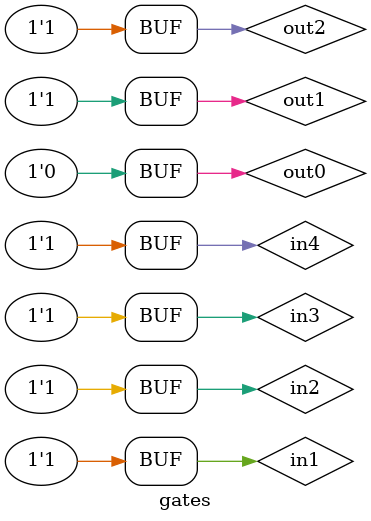
<source format=v>
`timescale 1ns/1ns
module gates();

wire out0;
wire out1;
wire out2;
reg  in1,in2,in3,in4;

not U1(out0,in1);
and U2(out1,in1,in2,in3,in4);
xor U3(out2,in1,in2,in3);

initial begin
  //$monitor(
  //"in1=%b in2=%b in3=%b in4=%b out0=%b out1=%b out2=%b",
  // in1,in2,in3,in4,out0,out1,out2); 
  in1 = 0;
  in2 = 0;
  in3 = 0;
  in4 = 0;
  #10 in1 = 1;
  #10 in2 = 1;
  #10 in3 = 1;
  #10 in4 = 1;
  //#1 $finish; 
end	

endmodule

</source>
